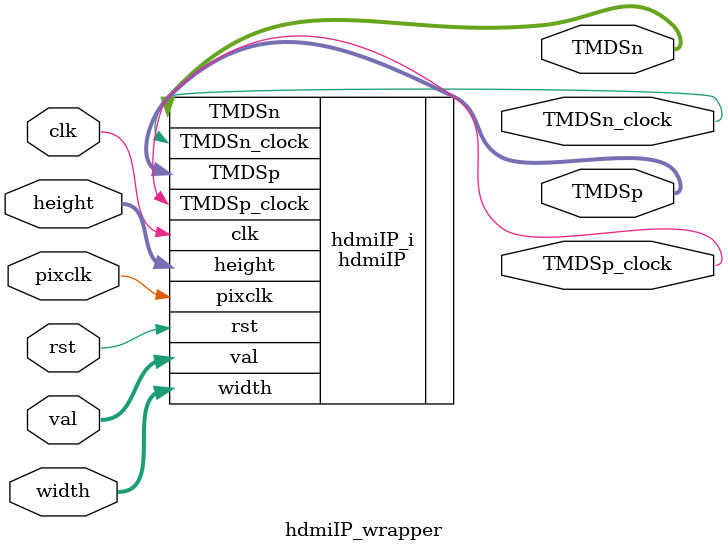
<source format=v>
`timescale 1 ps / 1 ps

module hdmiIP_wrapper
   (TMDSn,
    TMDSn_clock,
    TMDSp,
    TMDSp_clock,
    clk,
    height,
    pixclk,
    rst,
    val,
    width);
  output [2:0]TMDSn;
  output TMDSn_clock;
  output [2:0]TMDSp;
  output TMDSp_clock;
  input clk;
  input [31:0]height;
  input pixclk;
  input rst;
  input [11:0]val;
  input [31:0]width;

  wire [2:0]TMDSn;
  wire TMDSn_clock;
  wire [2:0]TMDSp;
  wire TMDSp_clock;
  wire clk;
  wire [31:0]height;
  wire pixclk;
  wire rst;
  wire [11:0]val;
  wire [31:0]width;

  hdmiIP hdmiIP_i
       (.TMDSn(TMDSn),
        .TMDSn_clock(TMDSn_clock),
        .TMDSp(TMDSp),
        .TMDSp_clock(TMDSp_clock),
        .clk(clk),
        .height(height),
        .pixclk(pixclk),
        .rst(rst),
        .val(val),
        .width(width));
endmodule

</source>
